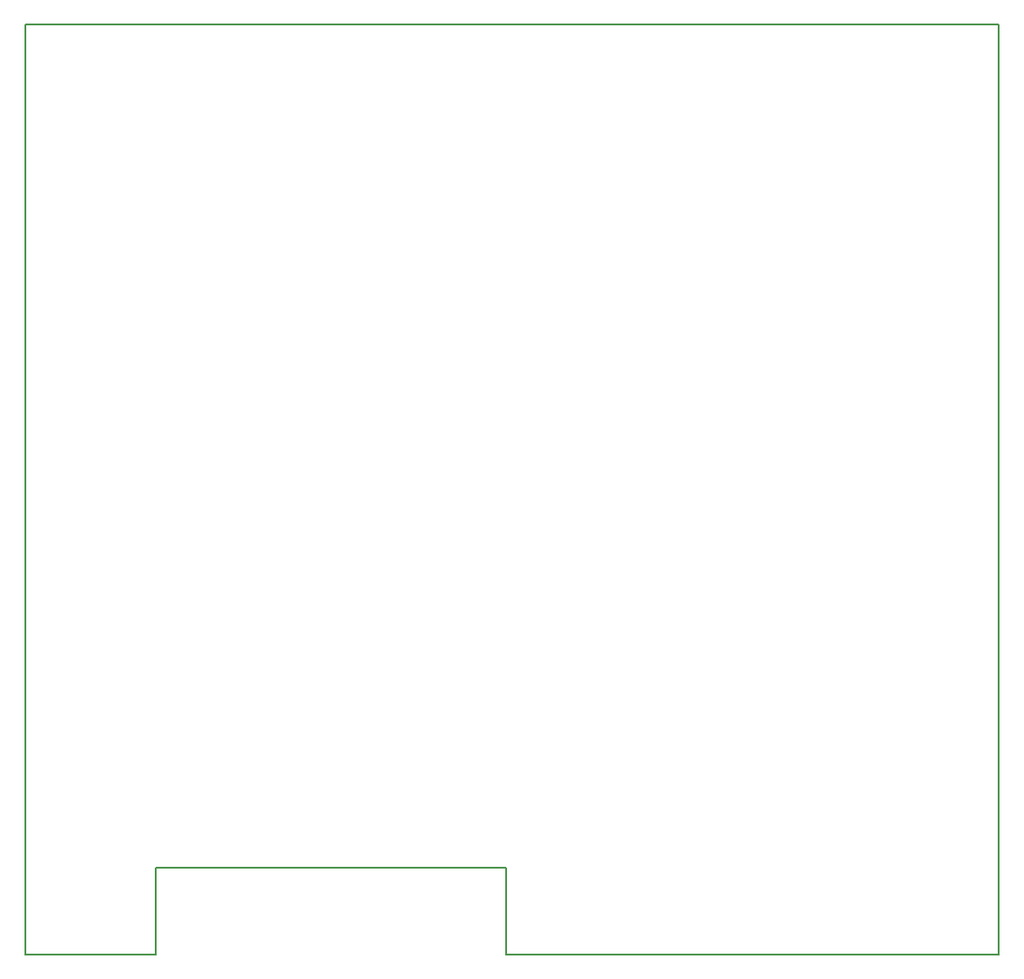
<source format=gbr>
%TF.GenerationSoftware,KiCad,Pcbnew,9.0.5*%
%TF.CreationDate,2025-11-16T19:00:17+01:00*%
%TF.ProjectId,OSCAR_Audio,4f534341-525f-4417-9564-696f2e6b6963,rev?*%
%TF.SameCoordinates,Original*%
%TF.FileFunction,Profile,NP*%
%FSLAX46Y46*%
G04 Gerber Fmt 4.6, Leading zero omitted, Abs format (unit mm)*
G04 Created by KiCad (PCBNEW 9.0.5) date 2025-11-16 19:00:17*
%MOMM*%
%LPD*%
G01*
G04 APERTURE LIST*
%TA.AperFunction,Profile*%
%ADD10C,0.200000*%
%TD*%
G04 APERTURE END LIST*
D10*
X112640000Y-132310000D02*
X112640000Y-45270000D01*
X124820000Y-132310000D02*
X112640000Y-132310000D01*
X124820000Y-124190000D02*
X124820000Y-132310000D01*
X157560000Y-124200000D02*
X124820000Y-124190000D01*
X112640000Y-45270000D02*
X203660000Y-45260000D01*
X203640000Y-132310000D02*
X157560000Y-132320000D01*
X203660000Y-45260000D02*
X203640000Y-132310000D01*
X157560000Y-132320000D02*
X157560000Y-124200000D01*
M02*

</source>
